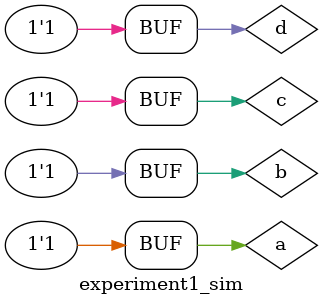
<source format=v>
`timescale 1ns / 1ps


module experiment1_sim(

    );
    
    reg a;
    reg b;
    reg c;
    reg d;
    //Outputs
    wire f1;
    wire f2;
    wire duality;
    wire f3;
    wire notf3;
    wire f4;
   
    
    experiment1 uut(.A(a),.B(b),.C(c),.D(d),.F1(f1),.F2(f2),.DUALITY(duality),.F3(f3),.NOTF3(notf3),.F4(f4));
    
    initial begin
        a=0; b=0; c=0; d=0; #10;
        a=0; b=0; c=0; d=1; #10;
        a=0; b=0; c=1; d=0; #10;
        a=0; b=0; c=1; d=1; #10;
        a=0; b=1; c=0; d=0; #10;
        a=0; b=1; c=0; d=1; #10;
        a=0; b=1; c=1; d=0; #10;
        a=0; b=1; c=1; d=1; #10;
        a=1; b=0; c=0; d=0; #10;
        a=1; b=0; c=0; d=1; #10;
        a=1; b=0; c=1; d=0; #10;
        a=1; b=0; c=1; d=1; #10;
        a=1; b=1; c=0; d=0; #10;
        a=1; b=1; c=0; d=1; #10;
        a=1; b=1; c=1; d=0; #10;
        a=1; b=1; c=1; d=1; #10;
    end
    
    
endmodule

</source>
